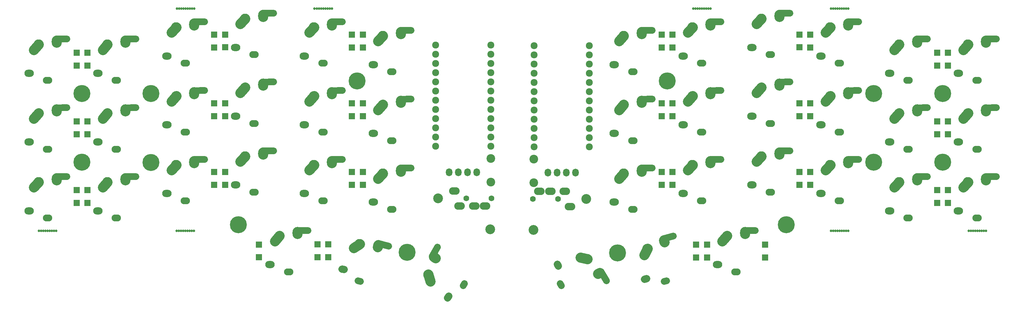
<source format=gbs>
G04 #@! TF.GenerationSoftware,KiCad,Pcbnew,5.1.5+dfsg1-2build2*
G04 #@! TF.CreationDate,2021-07-11T13:57:06+03:00*
G04 #@! TF.ProjectId,corne-light,636f726e-652d-46c6-9967-68742e6b6963,2.0*
G04 #@! TF.SameCoordinates,Original*
G04 #@! TF.FileFunction,Soldermask,Bot*
G04 #@! TF.FilePolarity,Negative*
%FSLAX46Y46*%
G04 Gerber Fmt 4.6, Leading zero omitted, Abs format (unit mm)*
G04 Created by KiCad (PCBNEW 5.1.5+dfsg1-2build2) date 2021-07-11 13:57:06*
%MOMM*%
%LPD*%
G04 APERTURE LIST*
%ADD10C,4.700000*%
%ADD11R,1.700000X1.800000*%
%ADD12O,1.797000X2.178000*%
%ADD13O,2.900000X2.100000*%
%ADD14C,1.600000*%
%ADD15C,2.400000*%
%ADD16C,2.700000*%
%ADD17C,2.800000*%
%ADD18C,2.800000*%
%ADD19C,1.900000*%
%ADD20C,2.000000*%
%ADD21O,2.800000X3.350000*%
%ADD22O,2.600000X2.000000*%
%ADD23O,2.600000X1.900000*%
%ADD24C,1.924000*%
%ADD25C,0.700000*%
G04 APERTURE END LIST*
D10*
X250212500Y-55426932D03*
X250212500Y-74426932D03*
X50712500Y-55445000D03*
X50712500Y-74445000D03*
D11*
X30187500Y-82141875D03*
X30187500Y-85691875D03*
X33187500Y-82145000D03*
X33187500Y-85695000D03*
X270684847Y-82145432D03*
X270684847Y-85695432D03*
X109187500Y-58145000D03*
X109187500Y-61695000D03*
X191684847Y-58145432D03*
X191684847Y-61695432D03*
X194684847Y-58145432D03*
X194684847Y-61695432D03*
X229684847Y-58140432D03*
X229684847Y-61690432D03*
X232684847Y-58145432D03*
X232684847Y-61695432D03*
X267684847Y-63145432D03*
X267684847Y-66695432D03*
X270684847Y-63145432D03*
X270684847Y-66695432D03*
X191684847Y-39145432D03*
X191684847Y-42695432D03*
X194684847Y-39145432D03*
X194684847Y-42695432D03*
X229684847Y-39140432D03*
X229684847Y-42690432D03*
X232684847Y-39145432D03*
X232684847Y-42695432D03*
X267684847Y-44145432D03*
X267684847Y-47695432D03*
X270684847Y-44145432D03*
X270684847Y-47695432D03*
X201194847Y-97140432D03*
X201194847Y-100690432D03*
X204194847Y-97140432D03*
X204194847Y-100690432D03*
X220184847Y-97155432D03*
X220184847Y-100705432D03*
X191684847Y-77145432D03*
X191684847Y-80695432D03*
X194684847Y-77145432D03*
X194684847Y-80695432D03*
X229684847Y-77140432D03*
X229684847Y-80690432D03*
X232684847Y-77145432D03*
X232684847Y-80695432D03*
X267684847Y-82145432D03*
X267684847Y-85695432D03*
X30187500Y-44141875D03*
X30187500Y-47691875D03*
X33187500Y-44145000D03*
X33187500Y-47695000D03*
X68187500Y-39145000D03*
X68187500Y-42695000D03*
X71187500Y-39140000D03*
X71187500Y-42690000D03*
X106187500Y-39145000D03*
X106187500Y-42695000D03*
X109187500Y-39145000D03*
X109187500Y-42695000D03*
X30187500Y-63141875D03*
X30187500Y-66691875D03*
X33187500Y-63145000D03*
X33187500Y-66695000D03*
X68187500Y-58145000D03*
X68187500Y-61695000D03*
X71187500Y-58140000D03*
X71187500Y-61690000D03*
X106187500Y-58145000D03*
X106187500Y-61695000D03*
X68187500Y-77145000D03*
X68187500Y-80695000D03*
X71187500Y-77140000D03*
X71187500Y-80690000D03*
X106187500Y-77145000D03*
X106187500Y-80695000D03*
X109187500Y-77145000D03*
X109187500Y-80695000D03*
X80507500Y-97135000D03*
X80507500Y-100685000D03*
X96687500Y-97130000D03*
X96687500Y-100680000D03*
X99687500Y-97130000D03*
X99687500Y-100680000D03*
D12*
X167877500Y-77310000D03*
X165337500Y-77310000D03*
X162797500Y-77310000D03*
X160257500Y-77310000D03*
X140648500Y-77168000D03*
X138108500Y-77168000D03*
X135568500Y-77168000D03*
X133028500Y-77168000D03*
D13*
X166407847Y-86665432D03*
X164907847Y-82465432D03*
X160907847Y-82465432D03*
X157907847Y-82465432D03*
D14*
X163107847Y-84565432D03*
X156107847Y-84565432D03*
D13*
X134414500Y-82332000D03*
X135914500Y-86532000D03*
X139914500Y-86532000D03*
X142914500Y-86532000D03*
D14*
X137714500Y-84432000D03*
X144714500Y-84432000D03*
D15*
X156374847Y-73567432D03*
X156374847Y-80067432D03*
X144504500Y-73421000D03*
X144504500Y-79921000D03*
D16*
X170889847Y-84542432D03*
X156330847Y-93085432D03*
X144376500Y-92940000D03*
X129944500Y-84419000D03*
D10*
X269195847Y-74426932D03*
X269195847Y-55426932D03*
X226055847Y-91696932D03*
X179485847Y-99446932D03*
X193235847Y-51936932D03*
X121405500Y-99300000D03*
X74839500Y-91685500D03*
X31695500Y-55420500D03*
X107650500Y-51930500D03*
X31695500Y-74420500D03*
D17*
X171199508Y-101145359D02*
X169243212Y-100729535D01*
X174579926Y-104922996D02*
X174103612Y-105197996D01*
D18*
X171148949Y-101130368D03*
D19*
X174947065Y-104653405D02*
X176418927Y-107152129D01*
D20*
X162857348Y-102568894D02*
X163157348Y-103088510D01*
D19*
X163650297Y-107942323D02*
X164000297Y-108548541D01*
D17*
X127211101Y-105408783D02*
X127829135Y-107310897D01*
X128792421Y-100592436D02*
X129268735Y-100867436D01*
D18*
X127223398Y-105460064D03*
D19*
X128375379Y-100409280D02*
X129803407Y-97885248D01*
D20*
X132614999Y-111921538D02*
X132914999Y-111401922D01*
D19*
X136872050Y-108548109D02*
X137222050Y-107941891D01*
D17*
X114725762Y-77508710D02*
X113387500Y-78995000D01*
D21*
X119687500Y-76745000D03*
D18*
X114687500Y-77545000D03*
D19*
X119637597Y-76017252D02*
X122537487Y-75991946D01*
D22*
X112087500Y-85445000D03*
D23*
X117187500Y-87445000D03*
D17*
X200223109Y-56134142D02*
X198884847Y-57620432D01*
D21*
X205184847Y-55370432D03*
D18*
X200184847Y-56170432D03*
D19*
X205134944Y-54642684D02*
X208034834Y-54617378D01*
D22*
X197584847Y-64070432D03*
D23*
X202684847Y-66070432D03*
D17*
X95725762Y-56133710D02*
X94387500Y-57620000D01*
D21*
X100687500Y-55370000D03*
D18*
X95687500Y-56170000D03*
D19*
X100637597Y-54642252D02*
X103537487Y-54616946D01*
D22*
X93087500Y-64070000D03*
D23*
X98187500Y-66070000D03*
D17*
X181223109Y-58509142D02*
X179884847Y-59995432D01*
D21*
X186184847Y-57745432D03*
D18*
X181184847Y-58545432D03*
D19*
X186134944Y-57017684D02*
X189034834Y-56992378D01*
D22*
X178584847Y-66445432D03*
D23*
X183684847Y-68445432D03*
D17*
X187762320Y-98283820D02*
X186854340Y-100065834D01*
X192286155Y-95996310D02*
X192428505Y-96527570D01*
D18*
X187734756Y-98328776D03*
D19*
X192120773Y-95571906D02*
X194915301Y-94796914D01*
D20*
X186978242Y-106710166D02*
X187557798Y-106554874D01*
D19*
X192373805Y-107334981D02*
X193049953Y-107153807D01*
D17*
X38725762Y-60883710D02*
X37387500Y-62370000D01*
D21*
X43687500Y-60120000D03*
D18*
X38687500Y-60920000D03*
D19*
X43637597Y-59392252D02*
X46537487Y-59366946D01*
D22*
X36087500Y-68820000D03*
D23*
X41187500Y-70820000D03*
D17*
X19725762Y-60883710D02*
X18387500Y-62370000D01*
D21*
X24687500Y-60120000D03*
D18*
X19687500Y-60920000D03*
D19*
X24637597Y-59392252D02*
X27537487Y-59366946D01*
D22*
X17087500Y-68820000D03*
D23*
X22187500Y-70820000D03*
D17*
X19725762Y-41883710D02*
X18387500Y-43370000D01*
D21*
X24687500Y-41120000D03*
D18*
X19687500Y-41920000D03*
D19*
X24637597Y-40392252D02*
X27537487Y-40366946D01*
D22*
X17087500Y-49820000D03*
D23*
X22187500Y-51820000D03*
D17*
X38725762Y-41883710D02*
X37387500Y-43370000D01*
D21*
X43687500Y-41120000D03*
D18*
X38687500Y-41920000D03*
D19*
X43637597Y-40392252D02*
X46537487Y-40366946D01*
D22*
X36087500Y-49820000D03*
D23*
X41187500Y-51820000D03*
D17*
X219223109Y-72759142D02*
X217884847Y-74245432D01*
D21*
X224184847Y-71995432D03*
D18*
X219184847Y-72795432D03*
D19*
X224134944Y-71267684D02*
X227034834Y-71242378D01*
D22*
X216584847Y-80695432D03*
D23*
X221684847Y-82695432D03*
D17*
X57725762Y-56133710D02*
X56387500Y-57620000D01*
D21*
X62687500Y-55370000D03*
D18*
X57687500Y-56170000D03*
D19*
X62637597Y-54642252D02*
X65537487Y-54616946D01*
D22*
X55087500Y-64070000D03*
D23*
X60187500Y-66070000D03*
D17*
X200223109Y-37134142D02*
X198884847Y-38620432D01*
D21*
X205184847Y-36370432D03*
D18*
X200184847Y-37170432D03*
D19*
X205134944Y-35642684D02*
X208034834Y-35617378D01*
D22*
X197584847Y-45070432D03*
D23*
X202684847Y-47070432D03*
D17*
X57725762Y-37133710D02*
X56387500Y-38620000D01*
D21*
X62687500Y-36370000D03*
D18*
X57687500Y-37170000D03*
D19*
X62637597Y-35642252D02*
X65537487Y-35616946D01*
D22*
X55087500Y-45070000D03*
D23*
X60187500Y-47070000D03*
D17*
X38725762Y-79883710D02*
X37387500Y-81370000D01*
D21*
X43687500Y-79120000D03*
D18*
X38687500Y-79920000D03*
D19*
X43637597Y-78392252D02*
X46537487Y-78366946D01*
D22*
X36087500Y-87820000D03*
D23*
X41187500Y-89820000D03*
D17*
X181223109Y-39509142D02*
X179884847Y-40995432D01*
D21*
X186184847Y-38745432D03*
D18*
X181184847Y-39545432D03*
D19*
X186134944Y-38017684D02*
X189034834Y-37992378D01*
D22*
X178584847Y-47445432D03*
D23*
X183684847Y-49445432D03*
D17*
X114725762Y-58508710D02*
X113387500Y-59995000D01*
D21*
X119687500Y-57745000D03*
D18*
X114687500Y-58545000D03*
D19*
X119637597Y-57017252D02*
X122537487Y-56991946D01*
D22*
X112087500Y-66445000D03*
D23*
X117187500Y-68445000D03*
D17*
X108354312Y-97009099D02*
X106676970Y-98098377D01*
X113415821Y-97289974D02*
X113273471Y-97821234D01*
D18*
X108307962Y-97034249D03*
D19*
X113484799Y-96839738D02*
X116292427Y-97565840D01*
D20*
X103462106Y-103914488D02*
X104041662Y-104069780D01*
D19*
X107822394Y-107153375D02*
X108498542Y-107334549D01*
D17*
X76725762Y-53758710D02*
X75387500Y-55245000D01*
D21*
X81687500Y-52995000D03*
D18*
X76687500Y-53795000D03*
D19*
X81637597Y-52267252D02*
X84537487Y-52241946D01*
D22*
X74087500Y-61695000D03*
D23*
X79187500Y-63695000D03*
D17*
X57725762Y-75133710D02*
X56387500Y-76620000D01*
D21*
X62687500Y-74370000D03*
D18*
X57687500Y-75170000D03*
D19*
X62637597Y-73642252D02*
X65537487Y-73616946D01*
D22*
X55087500Y-83070000D03*
D23*
X60187500Y-85070000D03*
D17*
X76725762Y-72758710D02*
X75387500Y-74245000D01*
D21*
X81687500Y-71995000D03*
D18*
X76687500Y-72795000D03*
D19*
X81637597Y-71267252D02*
X84537487Y-71241946D01*
D22*
X74087500Y-80695000D03*
D23*
X79187500Y-82695000D03*
D17*
X95725762Y-75133710D02*
X94387500Y-76620000D01*
D21*
X100687500Y-74370000D03*
D18*
X95687500Y-75170000D03*
D19*
X100637597Y-73642252D02*
X103537487Y-73616946D01*
D22*
X93087500Y-83070000D03*
D23*
X98187500Y-85070000D03*
D17*
X86225762Y-94758710D02*
X84887500Y-96245000D01*
D21*
X91187500Y-93995000D03*
D18*
X86187500Y-94795000D03*
D19*
X91137597Y-93267252D02*
X94037487Y-93241946D01*
D22*
X83587500Y-102695000D03*
D23*
X88687500Y-104695000D03*
D17*
X19725762Y-79883710D02*
X18387500Y-81370000D01*
D21*
X24687500Y-79120000D03*
D18*
X19687500Y-79920000D03*
D19*
X24637597Y-78392252D02*
X27537487Y-78366946D01*
D22*
X17087500Y-87820000D03*
D23*
X22187500Y-89820000D03*
D17*
X181223109Y-77509142D02*
X179884847Y-78995432D01*
D21*
X186184847Y-76745432D03*
D18*
X181184847Y-77545432D03*
D19*
X186134944Y-76017684D02*
X189034834Y-75992378D01*
D22*
X178584847Y-85445432D03*
D23*
X183684847Y-87445432D03*
D17*
X276223109Y-60884142D02*
X274884847Y-62370432D01*
D21*
X281184847Y-60120432D03*
D18*
X276184847Y-60920432D03*
D19*
X281134944Y-59392684D02*
X284034834Y-59367378D01*
D22*
X273584847Y-68820432D03*
D23*
X278684847Y-70820432D03*
D17*
X257223109Y-41884142D02*
X255884847Y-43370432D01*
D21*
X262184847Y-41120432D03*
D18*
X257184847Y-41920432D03*
D19*
X262134944Y-40392684D02*
X265034834Y-40367378D01*
D22*
X254584847Y-49820432D03*
D23*
X259684847Y-51820432D03*
D17*
X209723109Y-94759142D02*
X208384847Y-96245432D01*
D21*
X214684847Y-93995432D03*
D18*
X209684847Y-94795432D03*
D19*
X214634944Y-93267684D02*
X217534834Y-93242378D01*
D22*
X207084847Y-102695432D03*
D23*
X212184847Y-104695432D03*
D17*
X200223109Y-75134142D02*
X198884847Y-76620432D01*
D21*
X205184847Y-74370432D03*
D18*
X200184847Y-75170432D03*
D19*
X205134944Y-73642684D02*
X208034834Y-73617378D01*
D22*
X197584847Y-83070432D03*
D23*
X202684847Y-85070432D03*
D17*
X238223109Y-75134142D02*
X236884847Y-76620432D01*
D21*
X243184847Y-74370432D03*
D18*
X238184847Y-75170432D03*
D19*
X243134944Y-73642684D02*
X246034834Y-73617378D01*
D22*
X235584847Y-83070432D03*
D23*
X240684847Y-85070432D03*
D17*
X257223109Y-79884142D02*
X255884847Y-81370432D01*
D21*
X262184847Y-79120432D03*
D18*
X257184847Y-79920432D03*
D19*
X262134944Y-78392684D02*
X265034834Y-78367378D01*
D22*
X254584847Y-87820432D03*
D23*
X259684847Y-89820432D03*
D17*
X276223109Y-79884142D02*
X274884847Y-81370432D01*
D21*
X281184847Y-79120432D03*
D18*
X276184847Y-79920432D03*
D19*
X281134944Y-78392684D02*
X284034834Y-78367378D01*
D22*
X273584847Y-87820432D03*
D23*
X278684847Y-89820432D03*
D17*
X219223109Y-53759142D02*
X217884847Y-55245432D01*
D21*
X224184847Y-52995432D03*
D18*
X219184847Y-53795432D03*
D19*
X224134944Y-52267684D02*
X227034834Y-52242378D01*
D22*
X216584847Y-61695432D03*
D23*
X221684847Y-63695432D03*
D17*
X238223109Y-56134142D02*
X236884847Y-57620432D01*
D21*
X243184847Y-55370432D03*
D18*
X238184847Y-56170432D03*
D19*
X243134944Y-54642684D02*
X246034834Y-54617378D01*
D22*
X235584847Y-64070432D03*
D23*
X240684847Y-66070432D03*
D17*
X257223109Y-60884142D02*
X255884847Y-62370432D01*
D21*
X262184847Y-60120432D03*
D18*
X257184847Y-60920432D03*
D19*
X262134944Y-59392684D02*
X265034834Y-59367378D01*
D22*
X254584847Y-68820432D03*
D23*
X259684847Y-70820432D03*
D17*
X219223109Y-34759142D02*
X217884847Y-36245432D01*
D21*
X224184847Y-33995432D03*
D18*
X219184847Y-34795432D03*
D19*
X224134944Y-33267684D02*
X227034834Y-33242378D01*
D22*
X216584847Y-42695432D03*
D23*
X221684847Y-44695432D03*
D17*
X238223109Y-37134142D02*
X236884847Y-38620432D01*
D21*
X243184847Y-36370432D03*
D18*
X238184847Y-37170432D03*
D19*
X243134944Y-35642684D02*
X246034834Y-35617378D01*
D22*
X235584847Y-45070432D03*
D23*
X240684847Y-47070432D03*
D17*
X276223109Y-41884142D02*
X274884847Y-43370432D01*
D21*
X281184847Y-41120432D03*
D18*
X276184847Y-41920432D03*
D19*
X281134944Y-40392684D02*
X284034834Y-40367378D01*
D22*
X273584847Y-49820432D03*
D23*
X278684847Y-51820432D03*
D17*
X76725762Y-34758710D02*
X75387500Y-36245000D01*
D21*
X81687500Y-33995000D03*
D18*
X76687500Y-34795000D03*
D19*
X81637597Y-33267252D02*
X84537487Y-33241946D01*
D22*
X74087500Y-42695000D03*
D23*
X79187500Y-44695000D03*
D17*
X95725762Y-37133710D02*
X94387500Y-38620000D01*
D21*
X100687500Y-36370000D03*
D18*
X95687500Y-37170000D03*
D19*
X100637597Y-35642252D02*
X103537487Y-35616946D01*
D22*
X93087500Y-45070000D03*
D23*
X98187500Y-47070000D03*
D17*
X114725762Y-39508710D02*
X113387500Y-40995000D01*
D21*
X119687500Y-38745000D03*
D18*
X114687500Y-39545000D03*
D19*
X119637597Y-38017252D02*
X122537487Y-37991946D01*
D22*
X112087500Y-47445000D03*
D23*
X117187500Y-49445000D03*
D24*
X156454247Y-42208432D03*
X156454247Y-44748432D03*
X156454247Y-47288432D03*
X156454247Y-49828432D03*
X156454247Y-52368432D03*
X156454247Y-54908432D03*
X156454247Y-57448432D03*
X156454247Y-59988432D03*
X156454247Y-62528432D03*
X156454247Y-65068432D03*
X156454247Y-67608432D03*
X156454247Y-70148432D03*
X171674247Y-70148432D03*
X171674247Y-67608432D03*
X171674247Y-65068432D03*
X171674247Y-62528432D03*
X171674247Y-59988432D03*
X171674247Y-57448432D03*
X171674247Y-54908432D03*
X171674247Y-52368432D03*
X171674247Y-49828432D03*
X171674247Y-47288432D03*
X171674247Y-44748432D03*
X171674247Y-42208432D03*
X129283900Y-42082000D03*
X129283900Y-44622000D03*
X129283900Y-47162000D03*
X129283900Y-49702000D03*
X129283900Y-52242000D03*
X129283900Y-54782000D03*
X129283900Y-57322000D03*
X129283900Y-59862000D03*
X129283900Y-62402000D03*
X129283900Y-64942000D03*
X129283900Y-67482000D03*
X129283900Y-70022000D03*
X144503900Y-70022000D03*
X144503900Y-67482000D03*
X144503900Y-64942000D03*
X144503900Y-62402000D03*
X144503900Y-59862000D03*
X144503900Y-57322000D03*
X144503900Y-54782000D03*
X144503900Y-52242000D03*
X144503900Y-49702000D03*
X144503900Y-47162000D03*
X144503900Y-44622000D03*
X144503900Y-42082000D03*
D25*
X239640000Y-93390000D03*
X238452500Y-93390000D03*
X240233750Y-93390000D03*
X239046250Y-93390000D03*
X243202500Y-93390000D03*
X242608750Y-93390000D03*
X242015000Y-93390000D03*
X241421250Y-93390000D03*
X240827500Y-93390000D03*
X277640000Y-93390000D03*
X276452500Y-93390000D03*
X278233750Y-93390000D03*
X277046250Y-93390000D03*
X281202500Y-93390000D03*
X280608750Y-93390000D03*
X280015000Y-93390000D03*
X279421250Y-93390000D03*
X278827500Y-93390000D03*
X239610000Y-31970000D03*
X238422500Y-31970000D03*
X240203750Y-31970000D03*
X239016250Y-31970000D03*
X243172500Y-31970000D03*
X242578750Y-31970000D03*
X241985000Y-31970000D03*
X241391250Y-31970000D03*
X240797500Y-31970000D03*
X201590000Y-31980000D03*
X200402500Y-31980000D03*
X202183750Y-31980000D03*
X200996250Y-31980000D03*
X205152500Y-31980000D03*
X204558750Y-31980000D03*
X203965000Y-31980000D03*
X203371250Y-31980000D03*
X202777500Y-31980000D03*
X97070000Y-31970000D03*
X95882500Y-31970000D03*
X97663750Y-31970000D03*
X96476250Y-31970000D03*
X100632500Y-31970000D03*
X100038750Y-31970000D03*
X99445000Y-31970000D03*
X98851250Y-31970000D03*
X98257500Y-31970000D03*
X59100000Y-31970000D03*
X57912500Y-31970000D03*
X59693750Y-31970000D03*
X58506250Y-31970000D03*
X62662500Y-31970000D03*
X62068750Y-31970000D03*
X61475000Y-31970000D03*
X60881250Y-31970000D03*
X60287500Y-31970000D03*
X58997000Y-93380000D03*
X57809500Y-93380000D03*
X59590750Y-93380000D03*
X58403250Y-93380000D03*
X62559500Y-93380000D03*
X61965750Y-93380000D03*
X61372000Y-93380000D03*
X60778250Y-93380000D03*
X60184500Y-93380000D03*
X21008750Y-93380000D03*
X19821250Y-93380000D03*
X21602500Y-93380000D03*
X20415000Y-93380000D03*
X24571250Y-93380000D03*
X23977500Y-93380000D03*
X23383750Y-93380000D03*
X22790000Y-93380000D03*
X22196250Y-93380000D03*
M02*

</source>
